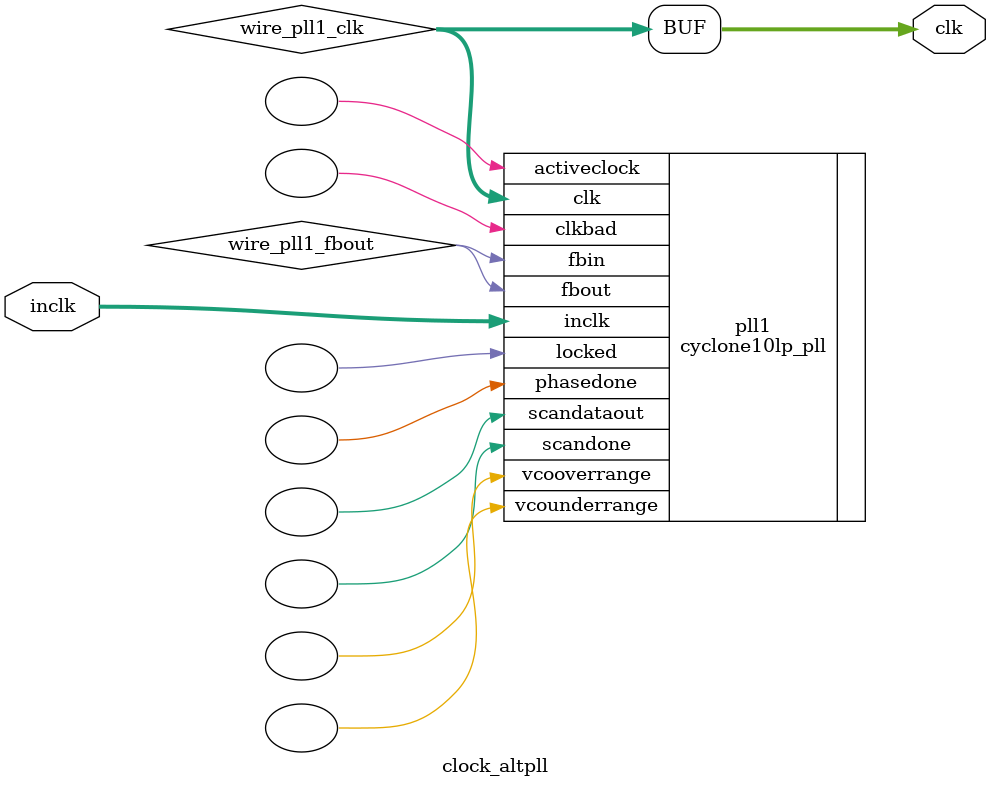
<source format=v>






//synthesis_resources = cyclone10lp_pll 1 
//synopsys translate_off
`timescale 1 ps / 1 ps
//synopsys translate_on
module  clock_altpll
	( 
	clk,
	inclk) /* synthesis synthesis_clearbox=1 */;
	output   [4:0]  clk;
	input   [1:0]  inclk;
`ifndef ALTERA_RESERVED_QIS
// synopsys translate_off
`endif
	tri0   [1:0]  inclk;
`ifndef ALTERA_RESERVED_QIS
// synopsys translate_on
`endif

	wire  [4:0]   wire_pll1_clk;
	wire  wire_pll1_fbout;

	cyclone10lp_pll   pll1
	( 
	.activeclock(),
	.clk(wire_pll1_clk),
	.clkbad(),
	.fbin(wire_pll1_fbout),
	.fbout(wire_pll1_fbout),
	.inclk(inclk),
	.locked(),
	.phasedone(),
	.scandataout(),
	.scandone(),
	.vcooverrange(),
	.vcounderrange()
	`ifndef FORMAL_VERIFICATION
	// synopsys translate_off
	`endif
	,
	.areset(1'b0),
	.clkswitch(1'b0),
	.configupdate(1'b0),
	.pfdena(1'b1),
	.phasecounterselect({3{1'b0}}),
	.phasestep(1'b0),
	.phaseupdown(1'b0),
	.scanclk(1'b0),
	.scanclkena(1'b1),
	.scandata(1'b0)
	`ifndef FORMAL_VERIFICATION
	// synopsys translate_on
	`endif
	);
	defparam
		pll1.bandwidth_type = "auto",
		pll1.clk0_divide_by = 1,
		pll1.clk0_duty_cycle = 50,
		pll1.clk0_multiply_by = 1,
		pll1.clk0_phase_shift = "0",
		pll1.clk1_divide_by = 2,
		pll1.clk1_duty_cycle = 50,
		pll1.clk1_multiply_by = 1,
		pll1.clk1_phase_shift = "0",
		pll1.clk2_divide_by = 5,
		pll1.clk2_duty_cycle = 50,
		pll1.clk2_multiply_by = 1,
		pll1.clk2_phase_shift = "0",
		pll1.clk3_divide_by = 50,
		pll1.clk3_duty_cycle = 50,
		pll1.clk3_multiply_by = 1,
		pll1.clk3_phase_shift = "0",
		pll1.compensate_clock = "clk0",
		pll1.inclk0_input_frequency = 20000,
		pll1.operation_mode = "normal",
		pll1.pll_type = "auto",
		pll1.lpm_type = "cyclone10lp_pll";
	assign
		clk = {wire_pll1_clk[4:0]};
endmodule //clock_altpll
//VALID FILE

</source>
